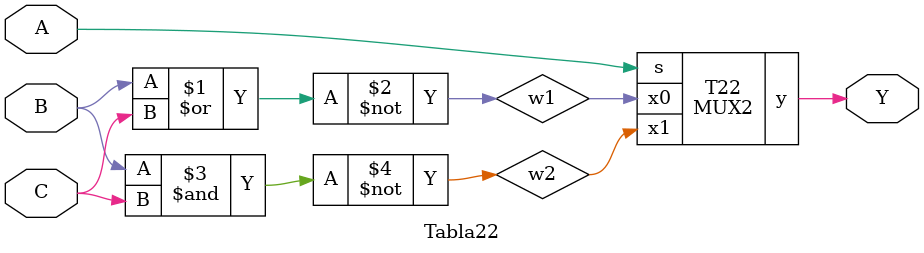
<source format=v>
module MUX2 (output wire y,
			input wire x0, x1, s);
	assign y = s ? x1:x0;
endmodule

module MUX4 (output wire y,
			 input wire x0, x1, x2, x3, s0, s1);
	wire w1, w2;
	MUX2 S0(w1, x0, x1, s0);
	MUX2 S1(w2, x2, x3, s0);
	MUX2 S2(y, w1, w2, s1);
endmodule

module MUX8 (output wire y,
			 input wire x0, x1, x2, x3, x4, x5, x6, x7, s0, s1, s2);
	wire w1, w2;
	MUX4 S0(w1, x0, x1, x2, x3, s0, s1);
	MUX4 S1(w2, x4, x5, x6, x7, s0, s1);
	MUX2 S2(y, w1, w2, s2);
endmodule

// Tabla 1 MUX8:1
module Tabla18(output wire Y,
			   input wire A, B, C);

	wire H, L;
	assign H = 1;
	assign L = 0;
	MUX8 T18(Y, L, H, H, L, H, L, L, H, C, B, A);
endmodule

// Tabla 1 MUX4:1
module Tabla14(output wire Y,
			   input wire A, B, C);
	wire H, L;
	assign H = 1;
	assign L = 0;
	MUX4 T14(Y, C, ~C, ~C, C, B, A);
endmodule
			   
// Tabla 1 MUX2:1
module Tabla12(output wire Y,
			   input wire A, B, C);
	wire w1, w2;
	assign w1 = B^C;
	assign w2 = ~w1;
	MUX2 T12(Y, w1, w2, A);
	
endmodule
	
// Tabla 2 MUX8:1
module Tabla28(output wire Y,
			   input wire A, B, C);

	wire H, L;
	assign H = 1;
	assign L = 0;
	MUX8 T28(Y, H, L, L, L, H, H, H, L, C, B, A);
endmodule

//Tabla 2 MUX4:1
module Tabla24(output wire Y,
			   input wire A, B, C);
	wire H, L;
	assign H = 1;
	assign L = 0;
	MUX4 T24(Y, ~C, L, H, ~C, B, A);
endmodule

//Tabla 2 Mux2:1
module Tabla22(output wire Y,
			   input wire A, B, C);
	wire w1, w2;
	assign w1 = ~(B|C);
	assign w2 = ~(B&C);
	MUX2 T22(Y, w1, w2, A);
endmodule
</source>
